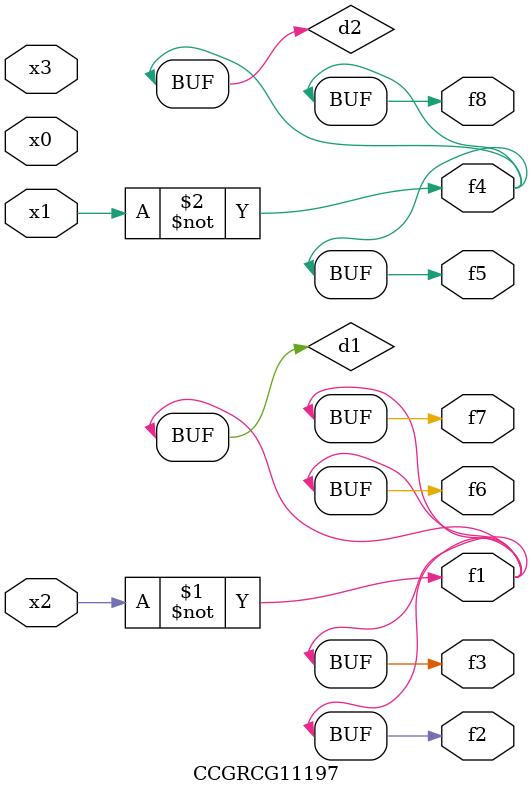
<source format=v>
module CCGRCG11197(
	input x0, x1, x2, x3,
	output f1, f2, f3, f4, f5, f6, f7, f8
);

	wire d1, d2;

	xnor (d1, x2);
	not (d2, x1);
	assign f1 = d1;
	assign f2 = d1;
	assign f3 = d1;
	assign f4 = d2;
	assign f5 = d2;
	assign f6 = d1;
	assign f7 = d1;
	assign f8 = d2;
endmodule

</source>
